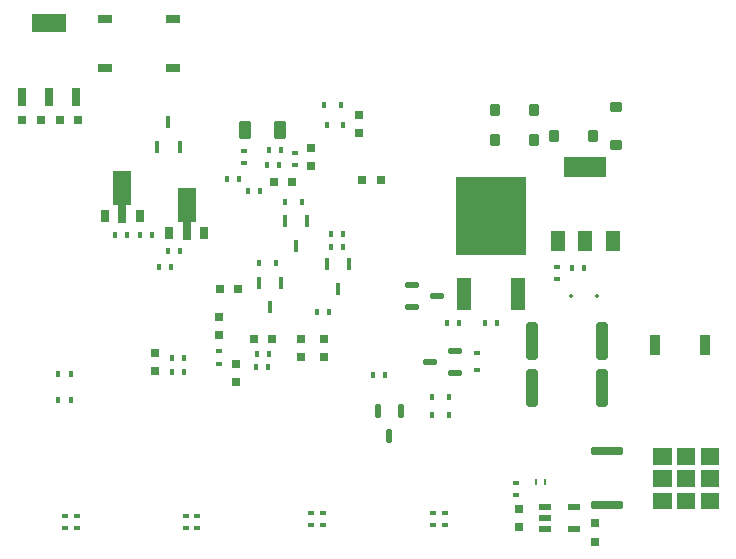
<source format=gbr>
%TF.GenerationSoftware,KiCad,Pcbnew,7.0.2*%
%TF.CreationDate,2024-12-05T18:12:45+09:00*%
%TF.ProjectId,YZ_CDI_PROT_V1,595a5f43-4449-45f5-9052-4f545f56312e,rev?*%
%TF.SameCoordinates,Original*%
%TF.FileFunction,Paste,Bot*%
%TF.FilePolarity,Positive*%
%FSLAX46Y46*%
G04 Gerber Fmt 4.6, Leading zero omitted, Abs format (unit mm)*
G04 Created by KiCad (PCBNEW 7.0.2) date 2024-12-05 18:12:45*
%MOMM*%
%LPD*%
G01*
G04 APERTURE LIST*
G04 Aperture macros list*
%AMRoundRect*
0 Rectangle with rounded corners*
0 $1 Rounding radius*
0 $2 $3 $4 $5 $6 $7 $8 $9 X,Y pos of 4 corners*
0 Add a 4 corners polygon primitive as box body*
4,1,4,$2,$3,$4,$5,$6,$7,$8,$9,$2,$3,0*
0 Add four circle primitives for the rounded corners*
1,1,$1+$1,$2,$3*
1,1,$1+$1,$4,$5*
1,1,$1+$1,$6,$7*
1,1,$1+$1,$8,$9*
0 Add four rect primitives between the rounded corners*
20,1,$1+$1,$2,$3,$4,$5,0*
20,1,$1+$1,$4,$5,$6,$7,0*
20,1,$1+$1,$6,$7,$8,$9,0*
20,1,$1+$1,$8,$9,$2,$3,0*%
%AMFreePoly0*
4,1,13,3.762500,-0.766500,0.837500,-0.766500,0.837500,-0.450000,0.808211,-0.379289,0.737500,-0.350000,-0.637500,-0.350000,-0.637500,0.350000,0.737500,0.350000,0.808211,0.379289,0.837500,0.450000,0.837500,0.766500,3.762500,0.766500,3.762500,-0.766500,3.762500,-0.766500,$1*%
G04 Aperture macros list end*
%ADD10C,0.010000*%
%ADD11R,1.300000X2.800000*%
%ADD12R,6.050000X6.600000*%
%ADD13R,0.400000X1.100000*%
%ADD14RoundRect,0.035000X0.185000X-0.135000X0.185000X0.135000X-0.185000X0.135000X-0.185000X-0.135000X0*%
%ADD15RoundRect,0.035000X-0.185000X0.135000X-0.185000X-0.135000X0.185000X-0.135000X0.185000X0.135000X0*%
%ADD16R,0.700000X1.100000*%
%ADD17FreePoly0,90.000000*%
%ADD18RoundRect,0.125000X0.225000X0.250000X-0.225000X0.250000X-0.225000X-0.250000X0.225000X-0.250000X0*%
%ADD19RoundRect,0.035000X0.135000X0.185000X-0.135000X0.185000X-0.135000X-0.185000X0.135000X-0.185000X0*%
%ADD20RoundRect,0.125000X-0.250000X0.225000X-0.250000X-0.225000X0.250000X-0.225000X0.250000X0.225000X0*%
%ADD21RoundRect,0.000000X-0.505000X-0.195000X0.505000X-0.195000X0.505000X0.195000X-0.505000X0.195000X0*%
%ADD22RoundRect,0.125000X-0.225000X-0.250000X0.225000X-0.250000X0.225000X0.250000X-0.225000X0.250000X0*%
%ADD23RoundRect,0.035000X-0.135000X-0.185000X0.135000X-0.185000X0.135000X0.185000X-0.135000X0.185000X0*%
%ADD24RoundRect,0.140000X1.175000X-0.240000X1.175000X0.240000X-1.175000X0.240000X-1.175000X-0.240000X0*%
%ADD25RoundRect,0.150000X0.362500X1.425000X-0.362500X1.425000X-0.362500X-1.425000X0.362500X-1.425000X0*%
%ADD26R,0.750000X1.550000*%
%ADD27R,3.000000X1.550000*%
%ADD28R,0.200000X0.500000*%
%ADD29RoundRect,0.050000X0.150000X0.200000X-0.150000X0.200000X-0.150000X-0.200000X0.150000X-0.200000X0*%
%ADD30RoundRect,0.025000X-0.125000X-0.125000X0.125000X-0.125000X0.125000X0.125000X-0.125000X0.125000X0*%
%ADD31RoundRect,0.127273X0.272727X0.397727X-0.272727X0.397727X-0.272727X-0.397727X0.272727X-0.397727X0*%
%ADD32RoundRect,0.000000X0.515000X0.200000X-0.515000X0.200000X-0.515000X-0.200000X0.515000X-0.200000X0*%
%ADD33R,1.300000X0.700000*%
%ADD34RoundRect,0.000000X-0.515000X-0.200000X0.515000X-0.200000X0.515000X0.200000X-0.515000X0.200000X0*%
%ADD35RoundRect,0.050000X-0.150000X-0.200000X0.150000X-0.200000X0.150000X0.200000X-0.150000X0.200000X0*%
%ADD36RoundRect,0.125000X0.250000X-0.225000X0.250000X0.225000X-0.250000X0.225000X-0.250000X-0.225000X0*%
%ADD37RoundRect,0.000000X-0.200000X0.515000X-0.200000X-0.515000X0.200000X-0.515000X0.200000X0.515000X0*%
%ADD38R,0.970000X1.720000*%
%ADD39RoundRect,0.050000X0.200000X-0.150000X0.200000X0.150000X-0.200000X0.150000X-0.200000X-0.150000X0*%
%ADD40RoundRect,0.127273X-0.272727X-0.397727X0.272727X-0.397727X0.272727X0.397727X-0.272727X0.397727X0*%
%ADD41RoundRect,0.127273X-0.397727X0.272727X-0.397727X-0.272727X0.397727X-0.272727X0.397727X0.272727X0*%
%ADD42R,1.300000X1.800000*%
%ADD43R,3.600000X1.800000*%
%ADD44RoundRect,0.150000X0.325000X0.650000X-0.325000X0.650000X-0.325000X-0.650000X0.325000X-0.650000X0*%
G04 APERTURE END LIST*
%TO.C,Q3*%
D10*
X-4490000Y46215000D02*
X-5950000Y46215000D01*
X-5950000Y47525000D01*
X-4490000Y47525000D01*
X-4490000Y46215000D01*
G36*
X-4490000Y46215000D02*
G01*
X-5950000Y46215000D01*
X-5950000Y47525000D01*
X-4490000Y47525000D01*
X-4490000Y46215000D01*
G37*
X-2460000Y46215000D02*
X-3920000Y46215000D01*
X-3920000Y47525000D01*
X-2460000Y47525000D01*
X-2460000Y46215000D01*
G36*
X-2460000Y46215000D02*
G01*
X-3920000Y46215000D01*
X-3920000Y47525000D01*
X-2460000Y47525000D01*
X-2460000Y46215000D01*
G37*
X-430000Y46215000D02*
X-1890000Y46215000D01*
X-1890000Y47525000D01*
X-430000Y47525000D01*
X-430000Y46215000D01*
G36*
X-430000Y46215000D02*
G01*
X-1890000Y46215000D01*
X-1890000Y47525000D01*
X-430000Y47525000D01*
X-430000Y46215000D01*
G37*
X-4490000Y48095000D02*
X-5950000Y48095000D01*
X-5950000Y49405000D01*
X-4490000Y49405000D01*
X-4490000Y48095000D01*
G36*
X-4490000Y48095000D02*
G01*
X-5950000Y48095000D01*
X-5950000Y49405000D01*
X-4490000Y49405000D01*
X-4490000Y48095000D01*
G37*
X-2460000Y48095000D02*
X-3920000Y48095000D01*
X-3920000Y49405000D01*
X-2460000Y49405000D01*
X-2460000Y48095000D01*
G36*
X-2460000Y48095000D02*
G01*
X-3920000Y48095000D01*
X-3920000Y49405000D01*
X-2460000Y49405000D01*
X-2460000Y48095000D01*
G37*
X-430000Y48095000D02*
X-1890000Y48095000D01*
X-1890000Y49405000D01*
X-430000Y49405000D01*
X-430000Y48095000D01*
G36*
X-430000Y48095000D02*
G01*
X-1890000Y48095000D01*
X-1890000Y49405000D01*
X-430000Y49405000D01*
X-430000Y48095000D01*
G37*
X-4490000Y49975000D02*
X-5950000Y49975000D01*
X-5950000Y51285000D01*
X-4490000Y51285000D01*
X-4490000Y49975000D01*
G36*
X-4490000Y49975000D02*
G01*
X-5950000Y49975000D01*
X-5950000Y51285000D01*
X-4490000Y51285000D01*
X-4490000Y49975000D01*
G37*
X-2460000Y49975000D02*
X-3920000Y49975000D01*
X-3920000Y51285000D01*
X-2460000Y51285000D01*
X-2460000Y49975000D01*
G36*
X-2460000Y49975000D02*
G01*
X-3920000Y49975000D01*
X-3920000Y51285000D01*
X-2460000Y51285000D01*
X-2460000Y49975000D01*
G37*
X-430000Y49975000D02*
X-1890000Y49975000D01*
X-1890000Y51285000D01*
X-430000Y51285000D01*
X-430000Y49975000D01*
G36*
X-430000Y49975000D02*
G01*
X-1890000Y49975000D01*
X-1890000Y51285000D01*
X-430000Y51285000D01*
X-430000Y49975000D01*
G37*
%TD*%
D11*
%TO.C,TR12*%
X-17415000Y64350000D03*
X-21985000Y64350000D03*
D12*
X-19700000Y70950000D03*
%TD*%
D13*
%TO.C,TR3*%
X-33600000Y66850000D03*
X-31700000Y66850000D03*
X-32650000Y64750000D03*
%TD*%
D14*
%TO.C,R16*%
X-17600000Y47340000D03*
X-17600000Y48360000D03*
%TD*%
D15*
%TO.C,R38*%
X-34950000Y45810000D03*
X-34950000Y44790000D03*
%TD*%
D16*
%TO.C,Q1*%
X-43950000Y69500000D03*
D17*
X-45450000Y69587500D03*
D16*
X-46950000Y69500000D03*
%TD*%
D18*
%TO.C,C8*%
X-54650000Y79050000D03*
X-56200000Y79050000D03*
%TD*%
D19*
%TO.C,R7*%
X-37490000Y76550000D03*
X-38510000Y76550000D03*
%TD*%
D20*
%TO.C,C6*%
X-41300000Y58425000D03*
X-41300000Y56875000D03*
%TD*%
D21*
%TO.C,IC3*%
X-15155000Y44400000D03*
X-15155000Y45350000D03*
X-15155000Y46300000D03*
X-12645000Y46300000D03*
X-12645000Y44400000D03*
%TD*%
D14*
%TO.C,R33*%
X-44550000Y44510000D03*
X-44550000Y45530000D03*
%TD*%
D20*
%TO.C,C43*%
X-30900000Y79525000D03*
X-30900000Y77975000D03*
%TD*%
D22*
%TO.C,C18*%
X-30575000Y73950000D03*
X-29025000Y73950000D03*
%TD*%
D23*
%TO.C,R61*%
X-47020000Y68000000D03*
X-46000000Y68000000D03*
%TD*%
%TO.C,R9*%
X-38620000Y75250000D03*
X-37600000Y75250000D03*
%TD*%
D24*
%TO.C,Q3*%
X-9840000Y46464000D03*
X-9840000Y51036000D03*
%TD*%
D25*
%TO.C,R1*%
X-10300000Y60350000D03*
X-16225000Y60350000D03*
%TD*%
D20*
%TO.C,C5*%
X-34900000Y76725000D03*
X-34900000Y75175000D03*
%TD*%
D23*
%TO.C,R8*%
X-40260000Y73050000D03*
X-39240000Y73050000D03*
%TD*%
%TO.C,R18*%
X-34410000Y62850000D03*
X-33390000Y62850000D03*
%TD*%
D19*
%TO.C,R62*%
X-48390000Y69300000D03*
X-49410000Y69300000D03*
%TD*%
D23*
%TO.C,R23*%
X-39510000Y59250000D03*
X-38490000Y59250000D03*
%TD*%
D19*
%TO.C,R12*%
X-45690000Y58900000D03*
X-46710000Y58900000D03*
%TD*%
D26*
%TO.C,IC2*%
X-54800000Y81000000D03*
X-57100000Y81000000D03*
X-59400000Y81000000D03*
D27*
X-57100000Y87300000D03*
%TD*%
D28*
%TO.C,D12*%
X-15850000Y48450000D03*
X-15150000Y48450000D03*
%TD*%
D15*
%TO.C,R6*%
X-40600000Y76460000D03*
X-40600000Y75440000D03*
%TD*%
D29*
%TO.C,D14*%
X-37100000Y72150000D03*
X-35700000Y72150000D03*
%TD*%
D14*
%TO.C,R35*%
X-23600000Y44800000D03*
X-23600000Y45820000D03*
%TD*%
D20*
%TO.C,C9*%
X-17300000Y46125000D03*
X-17300000Y44575000D03*
%TD*%
D30*
%TO.C,D15*%
X-12900000Y64150000D03*
X-10700000Y64150000D03*
%TD*%
D29*
%TO.C,D13*%
X-39300000Y66950000D03*
X-37900000Y66950000D03*
%TD*%
D19*
%TO.C,R3*%
X-46740000Y66650000D03*
X-47760000Y66650000D03*
%TD*%
D22*
%TO.C,C3*%
X-39775000Y60550000D03*
X-38225000Y60550000D03*
%TD*%
D23*
%TO.C,R5*%
X-42060000Y74050000D03*
X-41040000Y74050000D03*
%TD*%
D31*
%TO.C,D17*%
X-16080000Y79950000D03*
X-19320000Y79950000D03*
%TD*%
D23*
%TO.C,R40*%
X-56310000Y55350000D03*
X-55290000Y55350000D03*
%TD*%
D19*
%TO.C,R13*%
X-11790000Y66550000D03*
X-12810000Y66550000D03*
%TD*%
D32*
%TO.C,TR7*%
X-22730000Y59550000D03*
X-22730000Y57650000D03*
X-24850000Y58600000D03*
%TD*%
D15*
%TO.C,R37*%
X-45550000Y45520000D03*
X-45550000Y44500000D03*
%TD*%
D19*
%TO.C,R15*%
X-22390000Y61900000D03*
X-23410000Y61900000D03*
%TD*%
D29*
%TO.C,D5*%
X-33600000Y78650000D03*
X-32200000Y78650000D03*
%TD*%
D20*
%TO.C,C13*%
X-35800000Y60525000D03*
X-35800000Y58975000D03*
%TD*%
D33*
%TO.C,D6*%
X-52360000Y83500000D03*
X-52360000Y87600000D03*
X-46640000Y83500000D03*
X-46640000Y87600000D03*
%TD*%
D18*
%TO.C,C11*%
X-41125000Y64750000D03*
X-42675000Y64750000D03*
%TD*%
D34*
%TO.C,TR1*%
X-26410000Y63212500D03*
X-26410000Y65112500D03*
X-24290000Y64162500D03*
%TD*%
D22*
%TO.C,C12*%
X-38050000Y73850000D03*
X-36500000Y73850000D03*
%TD*%
%TO.C,C14*%
X-59375000Y79050000D03*
X-57825000Y79050000D03*
%TD*%
D35*
%TO.C,D10*%
X-23250000Y55600000D03*
X-24650000Y55600000D03*
%TD*%
D36*
%TO.C,C4*%
X-48100000Y57775000D03*
X-48100000Y59325000D03*
%TD*%
D37*
%TO.C,TR2*%
X-29250000Y54460000D03*
X-27350000Y54460000D03*
X-28300000Y52340000D03*
%TD*%
D38*
%TO.C,D2*%
X-1575000Y60050000D03*
X-5825000Y60050000D03*
%TD*%
D23*
%TO.C,R14*%
X-46710000Y57700000D03*
X-45690000Y57700000D03*
%TD*%
D15*
%TO.C,R39*%
X-24600000Y45820000D03*
X-24600000Y44800000D03*
%TD*%
D13*
%TO.C,TR6*%
X-37150000Y70500000D03*
X-35250000Y70500000D03*
X-36200000Y68400000D03*
%TD*%
D14*
%TO.C,R2*%
X-14100000Y65640000D03*
X-14100000Y66660000D03*
%TD*%
D19*
%TO.C,R4*%
X-50490000Y69300000D03*
X-51510000Y69300000D03*
%TD*%
D16*
%TO.C,Q2*%
X-49400000Y70900000D03*
D17*
X-50900000Y70987500D03*
D16*
X-52400000Y70900000D03*
%TD*%
D39*
%TO.C,D8*%
X-20900000Y59300000D03*
X-20900000Y57900000D03*
%TD*%
D36*
%TO.C,C2*%
X-10900000Y43375000D03*
X-10900000Y44925000D03*
%TD*%
D40*
%TO.C,D16*%
X-19320000Y77350000D03*
X-16080000Y77350000D03*
%TD*%
D35*
%TO.C,D9*%
X-32400000Y80350000D03*
X-33800000Y80350000D03*
%TD*%
D23*
%TO.C,R27*%
X-29660000Y57500000D03*
X-28640000Y57500000D03*
%TD*%
D14*
%TO.C,R19*%
X-42750000Y58450000D03*
X-42750000Y59470000D03*
%TD*%
D15*
%TO.C,R36*%
X-55750000Y45550000D03*
X-55750000Y44530000D03*
%TD*%
D35*
%TO.C,D7*%
X-23250000Y54100000D03*
X-24650000Y54100000D03*
%TD*%
D13*
%TO.C,DZ2*%
X-46050000Y76800000D03*
X-47950000Y76800000D03*
X-47000000Y78900000D03*
%TD*%
D23*
%TO.C,R31*%
X-39610000Y58150000D03*
X-38590000Y58150000D03*
%TD*%
D19*
%TO.C,R20*%
X-32190000Y69450000D03*
X-33210000Y69450000D03*
%TD*%
D41*
%TO.C,D3*%
X-9100000Y80170000D03*
X-9100000Y76930000D03*
%TD*%
D20*
%TO.C,C17*%
X-33800000Y60550000D03*
X-33800000Y59000000D03*
%TD*%
D25*
%TO.C,R22*%
X-10300000Y56350000D03*
X-16225000Y56350000D03*
%TD*%
D42*
%TO.C,Q4*%
X-9400000Y68800000D03*
X-11700000Y68800000D03*
D43*
X-11700000Y75100000D03*
D42*
X-14000000Y68800000D03*
%TD*%
D23*
%TO.C,R17*%
X-20210000Y61900000D03*
X-19190000Y61900000D03*
%TD*%
D13*
%TO.C,TR5*%
X-39350000Y65300000D03*
X-37450000Y65300000D03*
X-38400000Y63200000D03*
%TD*%
D19*
%TO.C,R24*%
X-32190000Y68350000D03*
X-33210000Y68350000D03*
%TD*%
D44*
%TO.C,C1*%
X-37525000Y78250000D03*
X-40475000Y78250000D03*
%TD*%
D19*
%TO.C,R41*%
X-55290000Y57600000D03*
X-56310000Y57600000D03*
%TD*%
D15*
%TO.C,R11*%
X-36300000Y76260000D03*
X-36300000Y75240000D03*
%TD*%
D14*
%TO.C,R34*%
X-33950000Y44790000D03*
X-33950000Y45810000D03*
%TD*%
D31*
%TO.C,D4*%
X-11080000Y77750000D03*
X-14320000Y77750000D03*
%TD*%
D36*
%TO.C,C7*%
X-42750000Y60875000D03*
X-42750000Y62425000D03*
%TD*%
D14*
%TO.C,R32*%
X-54700000Y44530000D03*
X-54700000Y45550000D03*
%TD*%
M02*

</source>
